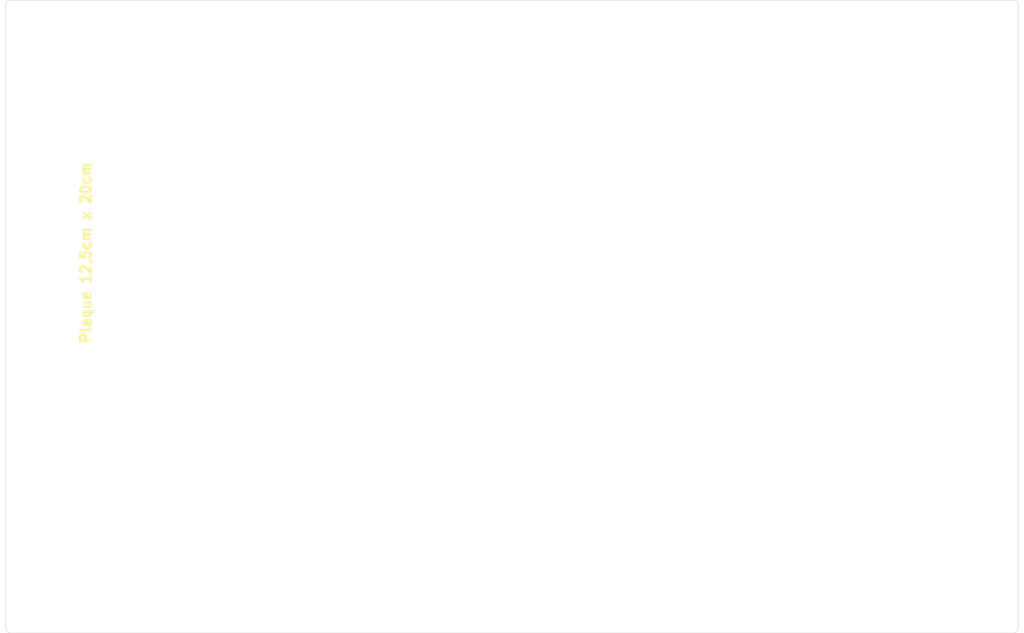
<source format=kicad_pcb>
(kicad_pcb (version 20241229) (generator "pcbnew") (generator_version "9.0")
  (layers (0 "F.Cu" signal) (2 "B.Cu" signal) (13 "F.Paste" user) (15 "B.Paste" user) (5 "F.SilkS" user "F.Silkscreen") (7 "B.SilkS" user "B.Silkscreen") (1 "F.Mask" user) (3 "B.Mask" user) (25 "Edge.Cuts" user))
  (net 0 "")
  (footprint "MountingHole:MountingHole_3.2mm_M3" (layer "F.Cu") (at 296 200)
    (property "Reference" "H4" (hide yes))
    (property "Value" "MountingHole")
    (pad "" np_thru_hole circle (at 0 0) (size 3.2 3.2) (drill 3.2) (layers "*.Cu" "*.Mask"))
  )
  (footprint "MountingHole:MountingHole_3.2mm_M3" (layer "F.Cu") (at 104 125)
    (property "Reference" "H1" (hide yes))
    (property "Value" "MountingHole")
    (pad "" np_thru_hole circle (at 0 0) (size 3.2 3.2) (drill 3.2) (layers "*.Cu" "*.Mask"))
  )
  (footprint "MountingHole:MountingHole_3.2mm_M3" (layer "F.Cu") (at 104 200)
    (property "Reference" "H2" (hide yes))
    (property "Value" "MountingHole")
    (pad "" np_thru_hole circle (at 0 0) (size 3.2 3.2) (drill 3.2) (layers "*.Cu" "*.Mask"))
  )
  (footprint "MountingHole:MountingHole_3.2mm_M3" (layer "F.Cu") (at 296 125)
    (property "Reference" "H3" (hide yes))
    (property "Value" "MountingHole")
    (pad "" np_thru_hole circle (at 0 0) (size 3.2 3.2) (drill 3.2) (layers "*.Cu" "*.Mask"))
  )
  (gr_arc (start 300 224) (mid 299.707107 224.707107) (end 299 225) (stroke (width 0.1)) (layer "Edge.Cuts"))
  (gr_line (start 300 224) (end 300 101) (stroke (width 0.1)) (layer "Edge.Cuts"))
  (gr_arc (start 100 101) (mid 100.292893 100.292893) (end 101 100) (stroke (width 0.1)) (layer "Edge.Cuts"))
  (gr_arc (start 101 225) (mid 100.292893 224.707107) (end 100 224) (stroke (width 0.1)) (layer "Edge.Cuts"))
  (gr_line (start 101 225) (end 299 225) (stroke (width 0.1)) (layer "Edge.Cuts"))
  (gr_line (start 299 100) (end 101 100) (stroke (width 0.1)) (layer "Edge.Cuts"))
  (gr_line (start 100 101) (end 100 224) (stroke (width 0.1)) (layer "Edge.Cuts"))
  (gr_arc (start 299 100) (mid 299.707107 100.292893) (end 300 101) (stroke (width 0.1)) (layer "Edge.Cuts"))
  (gr_text "Plaque 12,5cm x 20cm" (at 117 168 90) (layer "F.SilkS") (effects (font (size 2 2) (thickness 0.5) (bold yes)) (justify left bottom)))
)
</source>
